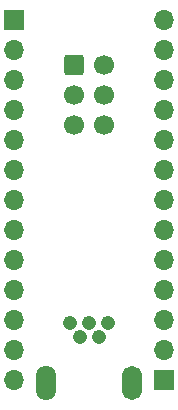
<source format=gbs>
%TF.GenerationSoftware,KiCad,Pcbnew,6.0.2+dfsg-1*%
%TF.CreationDate,2022-08-12T08:44:16-04:00*%
%TF.ProjectId,attiny_devboard,61747469-6e79-45f6-9465-76626f617264,rev?*%
%TF.SameCoordinates,Original*%
%TF.FileFunction,Soldermask,Bot*%
%TF.FilePolarity,Negative*%
%FSLAX46Y46*%
G04 Gerber Fmt 4.6, Leading zero omitted, Abs format (unit mm)*
G04 Created by KiCad (PCBNEW 6.0.2+dfsg-1) date 2022-08-12 08:44:16*
%MOMM*%
%LPD*%
G01*
G04 APERTURE LIST*
G04 Aperture macros list*
%AMRoundRect*
0 Rectangle with rounded corners*
0 $1 Rounding radius*
0 $2 $3 $4 $5 $6 $7 $8 $9 X,Y pos of 4 corners*
0 Add a 4 corners polygon primitive as box body*
4,1,4,$2,$3,$4,$5,$6,$7,$8,$9,$2,$3,0*
0 Add four circle primitives for the rounded corners*
1,1,$1+$1,$2,$3*
1,1,$1+$1,$4,$5*
1,1,$1+$1,$6,$7*
1,1,$1+$1,$8,$9*
0 Add four rect primitives between the rounded corners*
20,1,$1+$1,$2,$3,$4,$5,0*
20,1,$1+$1,$4,$5,$6,$7,0*
20,1,$1+$1,$6,$7,$8,$9,0*
20,1,$1+$1,$8,$9,$2,$3,0*%
G04 Aperture macros list end*
%ADD10RoundRect,0.250000X-0.600000X-0.600000X0.600000X-0.600000X0.600000X0.600000X-0.600000X0.600000X0*%
%ADD11C,1.700000*%
%ADD12O,1.700000X2.900000*%
%ADD13O,1.700000X2.980000*%
%ADD14C,1.208000*%
%ADD15R,1.700000X1.700000*%
%ADD16O,1.700000X1.700000*%
G04 APERTURE END LIST*
D10*
%TO.C,J1*%
X137160000Y-80010000D03*
D11*
X139700000Y-80010000D03*
X137160000Y-82550000D03*
X139700000Y-82550000D03*
X137160000Y-85090000D03*
X139700000Y-85090000D03*
%TD*%
D12*
%TO.C,J2*%
X142080000Y-106904000D03*
D13*
X134780000Y-106904000D03*
D14*
X140030000Y-101854000D03*
X139230000Y-103054000D03*
X138430000Y-101854000D03*
X137630000Y-103054000D03*
X136830000Y-101854000D03*
%TD*%
D15*
%TO.C,J4*%
X144780000Y-106680000D03*
D16*
X144780000Y-104140000D03*
X144780000Y-101600000D03*
X144780000Y-99060000D03*
X144780000Y-96520000D03*
X144780000Y-93980000D03*
X144780000Y-91440000D03*
X144780000Y-88900000D03*
X144780000Y-86360000D03*
X144780000Y-83820000D03*
X144780000Y-81280000D03*
X144780000Y-78740000D03*
X144780000Y-76200000D03*
%TD*%
D15*
%TO.C,J3*%
X132080000Y-76200000D03*
D16*
X132080000Y-78740000D03*
X132080000Y-81280000D03*
X132080000Y-83820000D03*
X132080000Y-86360000D03*
X132080000Y-88900000D03*
X132080000Y-91440000D03*
X132080000Y-93980000D03*
X132080000Y-96520000D03*
X132080000Y-99060000D03*
X132080000Y-101600000D03*
X132080000Y-104140000D03*
X132080000Y-106680000D03*
%TD*%
M02*

</source>
